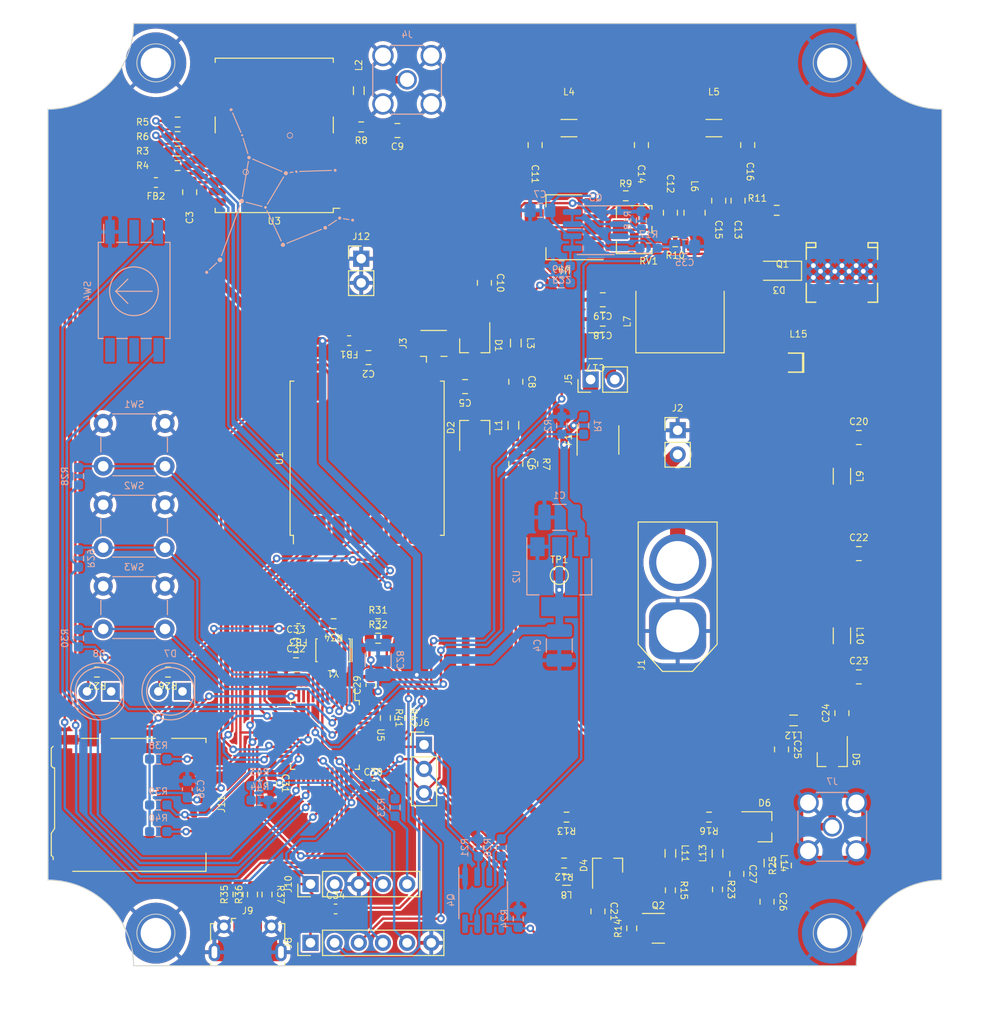
<source format=kicad_pcb>
(kicad_pcb (version 20221018) (generator pcbnew)

  (general
    (thickness 1.6)
  )

  (paper "A4")
  (title_block
    (title "Hercules")
    (date "2023-07-06")
    (rev "0")
    (company "HB9EGM")
    (comment 1 "LoRa GNSS Tracker with PA")
  )

  (layers
    (0 "F.Cu" signal)
    (31 "B.Cu" signal)
    (32 "B.Adhes" user "B.Adhesive")
    (33 "F.Adhes" user "F.Adhesive")
    (34 "B.Paste" user)
    (35 "F.Paste" user)
    (36 "B.SilkS" user "B.Silkscreen")
    (37 "F.SilkS" user "F.Silkscreen")
    (38 "B.Mask" user)
    (39 "F.Mask" user)
    (40 "Dwgs.User" user "User.Drawings")
    (41 "Cmts.User" user "User.Comments")
    (42 "Eco1.User" user "User.Eco1")
    (43 "Eco2.User" user "User.Eco2")
    (44 "Edge.Cuts" user)
    (45 "Margin" user)
    (46 "B.CrtYd" user "B.Courtyard")
    (47 "F.CrtYd" user "F.Courtyard")
    (48 "B.Fab" user)
    (49 "F.Fab" user)
    (50 "User.1" user)
    (51 "User.2" user)
    (52 "User.3" user)
    (53 "User.4" user)
    (54 "User.5" user)
    (55 "User.6" user)
    (56 "User.7" user)
    (57 "User.8" user)
    (58 "User.9" user)
  )

  (setup
    (stackup
      (layer "F.SilkS" (type "Top Silk Screen"))
      (layer "F.Paste" (type "Top Solder Paste"))
      (layer "F.Mask" (type "Top Solder Mask") (thickness 0.01))
      (layer "F.Cu" (type "copper") (thickness 0.035))
      (layer "dielectric 1" (type "core") (thickness 1.51) (material "FR4") (epsilon_r 4.5) (loss_tangent 0.02))
      (layer "B.Cu" (type "copper") (thickness 0.035))
      (layer "B.Mask" (type "Bottom Solder Mask") (thickness 0.01))
      (layer "B.Paste" (type "Bottom Solder Paste"))
      (layer "B.SilkS" (type "Bottom Silk Screen"))
      (copper_finish "None")
      (dielectric_constraints no)
    )
    (pad_to_mask_clearance 0)
    (pcbplotparams
      (layerselection 0x00010fc_ffffffff)
      (plot_on_all_layers_selection 0x0000000_00000000)
      (disableapertmacros false)
      (usegerberextensions false)
      (usegerberattributes true)
      (usegerberadvancedattributes true)
      (creategerberjobfile true)
      (dashed_line_dash_ratio 12.000000)
      (dashed_line_gap_ratio 3.000000)
      (svgprecision 4)
      (plotframeref false)
      (viasonmask false)
      (mode 1)
      (useauxorigin false)
      (hpglpennumber 1)
      (hpglpenspeed 20)
      (hpglpendiameter 15.000000)
      (dxfpolygonmode true)
      (dxfimperialunits true)
      (dxfusepcbnewfont true)
      (psnegative false)
      (psa4output false)
      (plotreference true)
      (plotvalue true)
      (plotinvisibletext false)
      (sketchpadsonfab false)
      (subtractmaskfromsilk false)
      (outputformat 1)
      (mirror false)
      (drillshape 1)
      (scaleselection 1)
      (outputdirectory "")
    )
  )

  (net 0 "")
  (net 1 "+BATT")
  (net 2 "GND")
  (net 3 "Net-(U1-3.3V)")
  (net 4 "Net-(U3-VCC)")
  (net 5 "+3V3")
  (net 6 "Net-(D1-K)")
  (net 7 "Net-(J3-In)")
  (net 8 "Net-(C6-Pad1)")
  (net 9 "/GATE_SUPPLY")
  (net 10 "/PIN_TX")
  (net 11 "Net-(C9-Pad2)")
  (net 12 "Net-(C10-Pad1)")
  (net 13 "Net-(D1-A)")
  (net 14 "Net-(C12-Pad1)")
  (net 15 "Net-(C13-Pad2)")
  (net 16 "Net-(C14-Pad1)")
  (net 17 "Net-(Q1-G)")
  (net 18 "Net-(J5-Pin_2)")
  (net 19 "Net-(Q1-D)")
  (net 20 "Net-(D4-A)")
  (net 21 "Net-(C22-Pad1)")
  (net 22 "Net-(C23-Pad1)")
  (net 23 "Net-(D5-A)")
  (net 24 "Net-(C26-Pad1)")
  (net 25 "/PIN_RX")
  (net 26 "Net-(U5-VDDA)")
  (net 27 "unconnected-(D1-NC-Pad2)")
  (net 28 "Net-(D2-A)")
  (net 29 "unconnected-(D2-NC-Pad2)")
  (net 30 "Net-(D3-A)")
  (net 31 "unconnected-(D4-NC-Pad2)")
  (net 32 "Net-(D4-K)")
  (net 33 "unconnected-(D5-NC-Pad2)")
  (net 34 "Net-(D5-K)")
  (net 35 "Net-(D6-A)")
  (net 36 "unconnected-(D6-NC-Pad2)")
  (net 37 "/Control/LED_TXn")
  (net 38 "Net-(D7-A)")
  (net 39 "/Control/STATUSn")
  (net 40 "Net-(D8-A)")
  (net 41 "/BAT+")
  (net 42 "/EN_RX")
  (net 43 "unconnected-(J9-VBUS-Pad1)")
  (net 44 "/Control/USB_DM")
  (net 45 "/Control/USB_DP")
  (net 46 "unconnected-(J9-ID-Pad4)")
  (net 47 "/Control/SWCLK")
  (net 48 "/Control/SWDIO")
  (net 49 "/Control/RESETn")
  (net 50 "Net-(J11-DAT2)")
  (net 51 "/Control/SD_SSn")
  (net 52 "/Control/SPI1_MOSI")
  (net 53 "/Control/SPI1_SCK")
  (net 54 "/Control/SPI1_MISO")
  (net 55 "Net-(J11-DAT1)")
  (net 56 "unconnected-(J11-DET_B-Pad9)")
  (net 57 "/Control/SD_DET")
  (net 58 "Net-(J4-In)")
  (net 59 "Net-(L8-Pad2)")
  (net 60 "Net-(L11-Pad2)")
  (net 61 "Net-(Q2-B)")
  (net 62 "Net-(Q2-C)")
  (net 63 "/EN_PA")
  (net 64 "Net-(Q3B-G)")
  (net 65 "Net-(Q4B-G)")
  (net 66 "Net-(Q4B-D-Pad5)")
  (net 67 "/Control/BAT_MEAS")
  (net 68 "Net-(U3-TXD{slash}SPI_MISO)")
  (net 69 "/Control/USART1_RX")
  (net 70 "Net-(U3-RXD{slash}SPI_MOSI)")
  (net 71 "/Control/USART1_TX")
  (net 72 "Net-(U3-SDA{slash}~{SPI_CS})")
  (net 73 "/Control/SDA")
  (net 74 "Net-(U3-SCL{slash}SPI_CLK)")
  (net 75 "/Control/SCL")
  (net 76 "Net-(U3-VCC_RF)")
  (net 77 "Net-(R9-Pad1)")
  (net 78 "Net-(U4-VO)")
  (net 79 "Net-(R10-Pad2)")
  (net 80 "/Control/BTN1n")
  (net 81 "/Control/BTN2n")
  (net 82 "/Control/BTN3n")
  (net 83 "/Control/XTAL1")
  (net 84 "/Control/XTAL2")
  (net 85 "Net-(U5-PA11)")
  (net 86 "Net-(U5-PA12)")
  (net 87 "/Control/BOOT0")
  (net 88 "/Control/BOOT1")
  (net 89 "unconnected-(U3-~{SAFEBOOT}-Pad1)")
  (net 90 "unconnected-(U3-D_SEL-Pad2)")
  (net 91 "unconnected-(U3-TIMEPULSE-Pad3)")
  (net 92 "unconnected-(U3-EXTINT-Pad4)")
  (net 93 "unconnected-(U3-USB_DM-Pad5)")
  (net 94 "unconnected-(U3-USB_DP-Pad6)")
  (net 95 "unconnected-(U3-~{RESET}-Pad8)")
  (net 96 "unconnected-(U3-LNA_EN-Pad14)")
  (net 97 "unconnected-(U3-RESERVED-Pad15)")
  (net 98 "unconnected-(U3-RESERVED-Pad16)")
  (net 99 "unconnected-(U3-RESERVED-Pad17)")
  (net 100 "unconnected-(U5-VBAT-Pad1)")
  (net 101 "unconnected-(U5-PA1-Pad11)")
  (net 102 "/Control/SPI1_SSn")
  (net 103 "/Control/PB0")
  (net 104 "/Control/PB1")
  (net 105 "/Control/DIO0")
  (net 106 "/Control/LORA_RESET")
  (net 107 "Net-(SW4-D0)")
  (net 108 "Net-(SW4-D1)")
  (net 109 "Net-(SW4-D2)")
  (net 110 "Net-(SW4-D3)")
  (net 111 "unconnected-(U5-PA8-Pad29)")
  (net 112 "unconnected-(U5-PA15-Pad38)")
  (net 113 "unconnected-(U5-PB5-Pad41)")
  (net 114 "unconnected-(U1-DIO5-Pad7)")
  (net 115 "unconnected-(U1-DIO3-Pad11)")
  (net 116 "unconnected-(U1-DIO4-Pad12)")
  (net 117 "unconnected-(U1-DIO1-Pad15)")
  (net 118 "unconnected-(U1-DIO2-Pad16)")
  (net 119 "Net-(L15-Pad2)")

  (footprint "Package_TO_SOT_SMD:SOT-23" (layer "F.Cu") (at 154.178 163.068))

  (footprint "Resistor_SMD:R_0603_1608Metric_Pad0.98x0.95mm_HandSolder" (layer "F.Cu") (at 95.1465 136.144 180))

  (footprint "Capacitor_SMD:C_0805_2012Metric_Pad1.18x1.45mm_HandSolder" (layer "F.Cu") (at 173.482 140.462 90))

  (footprint "Capacitor_SMD:C_0805_2012Metric_Pad1.18x1.45mm_HandSolder" (layer "F.Cu") (at 123.698 103.1025 180))

  (footprint "Capacitor_SMD:C_0805_2012Metric_Pad1.18x1.45mm_HandSolder" (layer "F.Cu") (at 116.078 135.382))

  (footprint "Package_TO_SOT_SMD:SOT-223-3_TabPin2" (layer "F.Cu") (at 144.272 89.408 180))

  (footprint "Resistor_SMD:R_0603_1608Metric_Pad0.98x0.95mm_HandSolder" (layer "F.Cu") (at 144.272 156.21 180))

  (footprint "mpb:Fuse_MF_SMDF150" (layer "F.Cu") (at 147.828 111.76 90))

  (footprint "Package_TO_SOT_SMD:SOT-23_Handsoldering" (layer "F.Cu") (at 134.874 110.4685 90))

  (footprint "Package_TO_SOT_SMD:SOT-23_Handsoldering" (layer "F.Cu") (at 165.354 152.4))

  (footprint "Resistor_SMD:R_0603_1608Metric_Pad0.98x0.95mm_HandSolder" (layer "F.Cu") (at 120.0385 131.064 180))

  (footprint "Resistor_SMD:R_0603_1608Metric_Pad0.98x0.95mm_HandSolder" (layer "F.Cu") (at 124.714 132.588))

  (footprint "Inductor_SMD:L_0805_2012Metric_Pad1.05x1.20mm_HandSolder" (layer "F.Cu") (at 168.402 141.224 180))

  (footprint "Connector_PinHeader_2.54mm:PinHeader_1x02_P2.54mm_Vertical" (layer "F.Cu") (at 147.061 105.41 90))

  (footprint "Crystal:Resonator_SMD_Murata_CSTxExxV-3Pin_3.0x1.1mm_HandSoldering" (layer "F.Cu") (at 119.9685 133.858 180))

  (footprint "Resistor_SMD:R_0603_1608Metric_Pad0.98x0.95mm_HandSolder" (layer "F.Cu") (at 109.982 159.512 90))

  (footprint "Capacitor_SMD:C_0805_2012Metric_Pad1.18x1.45mm_HandSolder" (layer "F.Cu") (at 167.132 144.272 -90))

  (footprint "Inductor_SMD:L_0805_2012Metric_Pad1.05x1.20mm_HandSolder" (layer "F.Cu") (at 144.526 157.988 180))

  (footprint "Capacitor_SMD:C_0805_2012Metric_Pad1.18x1.45mm_HandSolder" (layer "F.Cu") (at 165.608 160.274 -90))

  (footprint "RF_GPS:ublox_NEO" (layer "F.Cu") (at 113.792 79.756 180))

  (footprint "Resistor_SMD:R_0603_1608Metric_Pad0.98x0.95mm_HandSolder" (layer "F.Cu") (at 103.632 81.407 180))

  (footprint "Inductor_SMD:L_0603_1608Metric_Pad1.05x0.95mm_HandSolder" (layer "F.Cu") (at 121.666 101.3245 180))

  (footprint "Connector_PinHeader_2.54mm:PinHeader_1x02_P2.54mm_Vertical" (layer "F.Cu") (at 122.936 92.71))

  (footprint "Inductor_SMD:L_1008_2520Metric_Pad1.43x2.20mm_HandSolder" (layer "F.Cu") (at 157.988 87.884 -90))

  (footprint "Resistor_SMD:R_0603_1608Metric_Pad0.98x0.95mm_HandSolder" (layer "F.Cu") (at 151.384 163.068 90))

  (footprint "Capacitor_SMD:C_0805_2012Metric_Pad1.18x1.45mm_HandSolder" (layer "F.Cu") (at 126.746 79.248 180))

  (footprint "Connector_AMASS:AMASS_XT60-M_1x02_P7.20mm_Vertical" (layer "F.Cu") (at 156.21 131.826 90))

  (footprint "Resistor_SMD:R_0603_1608Metric_Pad0.98x0.95mm_HandSolder" (layer "F.Cu") (at 160.401 158.9805 -90))

  (footprint "Resistor_SMD:R_0603_1608Metric_Pad0.98x0.95mm_HandSolder" (layer "F.Cu") (at 124.714 131.064))

  (footprint "MountingHole:MountingHole_3.2mm_M3_Pad" (layer "F.Cu") (at 101.346 163.576))

  (footprint "MountingHole:MountingHole_3.2mm_M3_Pad" (layer "F.Cu") (at 172.466 72.136))

  (footprint "Connector_Coaxial:U.FL_Hirose_U.FL-R-SMT-1_Vertical" (layer "F.Cu") (at 130.556 102.0865 90))

  (footprint "Resistor_SMD:R_0603_1608Metric_Pad0.98x0.95mm_HandSolder" (layer "F.Cu") (at 125.476 140.97 -90))

  (footprint "Capacitor_SMD:C_0805_2012Metric_Pad1.18x1.45mm_HandSolder" (layer "F.Cu") (at 135.89 95.25 -90))

  (footprint "Capacitor_SMD:C_0805_2012Metric_Pad1.18x1.45mm_HandSolder" (layer "F.Cu") (at 141.224 80.772 -90))

  (footprint "Connector_PinHeader_2.54mm:PinHeader_1x03_P2.54mm_Vertical" (layer "F.Cu") (at 129.54 143.779))

  (footprint "Capacitor_SMD:C_0805_2012Metric_Pad1.18x1.45mm_HandSolder" (layer "F.Cu") (at 175.26 136.652))

  (footprint "Capacitor_SMD:C_0805_2012Metric_Pad1.18x1.45mm_HandSolder" (layer "F.Cu") (at 139.192 105.6425 -90))

  (footprint "Capacitor_SMD:C_0805_2012Metric_Pad1.18x1.45mm_HandSolder" (layer "F.Cu") (at 162.56 86.614 -90))

  (footprint "Resistor_SMD:R_0603_1608Metric_Pad0.98x0.95mm_HandSolder" (layer "F.Cu") (at 155.448 159.07 -90))

  (footprint "Package_TO_SOT_SMD:SOT-23_Handsoldering" (layer "F.Cu") (at 148.844 156.464 90))

  (footprint "mpb:L_Coilcraft_1812SMS" (layer "F.Cu") (at 156.21 99.314 90))

  (footprint "Capacitor_SMD:C_0805_2012Metric_Pad1.18x1.45mm_HandSolder" (layer "F.Cu") (at 147.828 161.29 -90))

  (footprint "Resistor_SMD:R_0603_1608Metric_Pad0.98x0.95mm_HandSolder" (layer "F.Cu") (at 159.512 151.384 180))

  (footprint "Capacitor_SMD:C_0805_2012Metric_Pad1.18x1.45mm_HandSolder" (layer "F.Cu") (at 148.336 99.06 180))

  (footprint "Capacitor_SMD:C_0603_1608Metric_Pad1.08x0.95mm_HandSolder" (layer "F.Cu") (at 123.952 137.5145 90))

  (footprint "Capacitor_SMD:C_0805_2012Metric_Pad1.18x1.45mm_HandSolder" (layer "F.Cu") (at 175.26 123.698))

  (footprint "Capacitor_SMD:C_1210_3225Metric_Pad1.33x2.70mm_HandSolder" (layer "F.Cu") (at 147.574 101.854 180))

  (footprint "Resistor_SMD:R_0603_1608Metric_Pad0.98x0.95mm_HandSolder" (layer "F.Cu") (at 113.03 159.512 -90))

  (footprint "Resistor_SMD:R_0603_1608Metric_Pad0.98x0.95mm_HandSolder" (layer "F.Cu") (at 144.526 151.384 180))

  (footprint "Capacitor_SMD:C_0805_2012Metric_Pad1.18x1.45mm_HandSolder" (layer "F.Cu") (at 133.858 106.1505 180))

  (footprint "Resistor_SMD:R_0603_1608Metric_Pad0.98x0.95mm_HandSolder" (layer "F.Cu")
    (tstamp 7dc6cf1d-d48b-49c9-8a73-d46cb2acd248)
    (at 103.632 79.883 180)
    (descr "Resistor SMD 0603 (1608 Metric), square (rectangular) end terminal, IPC_7351 nominal with elongated pad for handsoldering. (Body size source: IPC-SM-782 page 72, https://www.pcb-3d.co
... [1535706 chars truncated]
</source>
